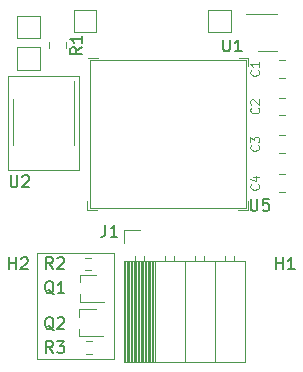
<source format=gbr>
%TF.GenerationSoftware,KiCad,Pcbnew,7.0.7*%
%TF.CreationDate,2023-09-14T22:30:26+02:00*%
%TF.ProjectId,CAN,43414e2e-6b69-4636-9164-5f7063625858,X1*%
%TF.SameCoordinates,Original*%
%TF.FileFunction,Legend,Top*%
%TF.FilePolarity,Positive*%
%FSLAX46Y46*%
G04 Gerber Fmt 4.6, Leading zero omitted, Abs format (unit mm)*
G04 Created by KiCad (PCBNEW 7.0.7) date 2023-09-14 22:30:26*
%MOMM*%
%LPD*%
G01*
G04 APERTURE LIST*
%ADD10C,0.100000*%
%ADD11C,0.150000*%
%ADD12C,0.125000*%
%ADD13C,0.120000*%
G04 APERTURE END LIST*
D10*
X65500000Y-107000000D02*
X72000000Y-107000000D01*
X72000000Y-116000000D01*
X65500000Y-116000000D01*
X65500000Y-107000000D01*
X63000000Y-92000000D02*
X69000000Y-92000000D01*
X69000000Y-100000000D01*
X63000000Y-100000000D01*
X63000000Y-92000000D01*
D11*
X69287819Y-89590666D02*
X68811628Y-89923999D01*
X69287819Y-90162094D02*
X68287819Y-90162094D01*
X68287819Y-90162094D02*
X68287819Y-89781142D01*
X68287819Y-89781142D02*
X68335438Y-89685904D01*
X68335438Y-89685904D02*
X68383057Y-89638285D01*
X68383057Y-89638285D02*
X68478295Y-89590666D01*
X68478295Y-89590666D02*
X68621152Y-89590666D01*
X68621152Y-89590666D02*
X68716390Y-89638285D01*
X68716390Y-89638285D02*
X68764009Y-89685904D01*
X68764009Y-89685904D02*
X68811628Y-89781142D01*
X68811628Y-89781142D02*
X68811628Y-90162094D01*
X69287819Y-88638285D02*
X69287819Y-89209713D01*
X69287819Y-88923999D02*
X68287819Y-88923999D01*
X68287819Y-88923999D02*
X68430676Y-89019237D01*
X68430676Y-89019237D02*
X68525914Y-89114475D01*
X68525914Y-89114475D02*
X68573533Y-89209713D01*
X63119095Y-108404819D02*
X63119095Y-107404819D01*
X63119095Y-107881009D02*
X63690523Y-107881009D01*
X63690523Y-108404819D02*
X63690523Y-107404819D01*
X64119095Y-107500057D02*
X64166714Y-107452438D01*
X64166714Y-107452438D02*
X64261952Y-107404819D01*
X64261952Y-107404819D02*
X64500047Y-107404819D01*
X64500047Y-107404819D02*
X64595285Y-107452438D01*
X64595285Y-107452438D02*
X64642904Y-107500057D01*
X64642904Y-107500057D02*
X64690523Y-107595295D01*
X64690523Y-107595295D02*
X64690523Y-107690533D01*
X64690523Y-107690533D02*
X64642904Y-107833390D01*
X64642904Y-107833390D02*
X64071476Y-108404819D01*
X64071476Y-108404819D02*
X64690523Y-108404819D01*
X85722095Y-108404819D02*
X85722095Y-107404819D01*
X85722095Y-107881009D02*
X86293523Y-107881009D01*
X86293523Y-108404819D02*
X86293523Y-107404819D01*
X87293523Y-108404819D02*
X86722095Y-108404819D01*
X87007809Y-108404819D02*
X87007809Y-107404819D01*
X87007809Y-107404819D02*
X86912571Y-107547676D01*
X86912571Y-107547676D02*
X86817333Y-107642914D01*
X86817333Y-107642914D02*
X86722095Y-107690533D01*
D12*
X84216035Y-101217000D02*
X84251750Y-101252714D01*
X84251750Y-101252714D02*
X84287464Y-101359857D01*
X84287464Y-101359857D02*
X84287464Y-101431285D01*
X84287464Y-101431285D02*
X84251750Y-101538428D01*
X84251750Y-101538428D02*
X84180321Y-101609857D01*
X84180321Y-101609857D02*
X84108892Y-101645571D01*
X84108892Y-101645571D02*
X83966035Y-101681285D01*
X83966035Y-101681285D02*
X83858892Y-101681285D01*
X83858892Y-101681285D02*
X83716035Y-101645571D01*
X83716035Y-101645571D02*
X83644607Y-101609857D01*
X83644607Y-101609857D02*
X83573178Y-101538428D01*
X83573178Y-101538428D02*
X83537464Y-101431285D01*
X83537464Y-101431285D02*
X83537464Y-101359857D01*
X83537464Y-101359857D02*
X83573178Y-101252714D01*
X83573178Y-101252714D02*
X83608892Y-101217000D01*
X83787464Y-100574143D02*
X84287464Y-100574143D01*
X83501750Y-100752714D02*
X84037464Y-100931285D01*
X84037464Y-100931285D02*
X84037464Y-100467000D01*
X84216035Y-97915000D02*
X84251750Y-97950714D01*
X84251750Y-97950714D02*
X84287464Y-98057857D01*
X84287464Y-98057857D02*
X84287464Y-98129285D01*
X84287464Y-98129285D02*
X84251750Y-98236428D01*
X84251750Y-98236428D02*
X84180321Y-98307857D01*
X84180321Y-98307857D02*
X84108892Y-98343571D01*
X84108892Y-98343571D02*
X83966035Y-98379285D01*
X83966035Y-98379285D02*
X83858892Y-98379285D01*
X83858892Y-98379285D02*
X83716035Y-98343571D01*
X83716035Y-98343571D02*
X83644607Y-98307857D01*
X83644607Y-98307857D02*
X83573178Y-98236428D01*
X83573178Y-98236428D02*
X83537464Y-98129285D01*
X83537464Y-98129285D02*
X83537464Y-98057857D01*
X83537464Y-98057857D02*
X83573178Y-97950714D01*
X83573178Y-97950714D02*
X83608892Y-97915000D01*
X83537464Y-97665000D02*
X83537464Y-97200714D01*
X83537464Y-97200714D02*
X83823178Y-97450714D01*
X83823178Y-97450714D02*
X83823178Y-97343571D01*
X83823178Y-97343571D02*
X83858892Y-97272143D01*
X83858892Y-97272143D02*
X83894607Y-97236428D01*
X83894607Y-97236428D02*
X83966035Y-97200714D01*
X83966035Y-97200714D02*
X84144607Y-97200714D01*
X84144607Y-97200714D02*
X84216035Y-97236428D01*
X84216035Y-97236428D02*
X84251750Y-97272143D01*
X84251750Y-97272143D02*
X84287464Y-97343571D01*
X84287464Y-97343571D02*
X84287464Y-97557857D01*
X84287464Y-97557857D02*
X84251750Y-97629285D01*
X84251750Y-97629285D02*
X84216035Y-97665000D01*
X84216035Y-94740000D02*
X84251750Y-94775714D01*
X84251750Y-94775714D02*
X84287464Y-94882857D01*
X84287464Y-94882857D02*
X84287464Y-94954285D01*
X84287464Y-94954285D02*
X84251750Y-95061428D01*
X84251750Y-95061428D02*
X84180321Y-95132857D01*
X84180321Y-95132857D02*
X84108892Y-95168571D01*
X84108892Y-95168571D02*
X83966035Y-95204285D01*
X83966035Y-95204285D02*
X83858892Y-95204285D01*
X83858892Y-95204285D02*
X83716035Y-95168571D01*
X83716035Y-95168571D02*
X83644607Y-95132857D01*
X83644607Y-95132857D02*
X83573178Y-95061428D01*
X83573178Y-95061428D02*
X83537464Y-94954285D01*
X83537464Y-94954285D02*
X83537464Y-94882857D01*
X83537464Y-94882857D02*
X83573178Y-94775714D01*
X83573178Y-94775714D02*
X83608892Y-94740000D01*
X83608892Y-94454285D02*
X83573178Y-94418571D01*
X83573178Y-94418571D02*
X83537464Y-94347143D01*
X83537464Y-94347143D02*
X83537464Y-94168571D01*
X83537464Y-94168571D02*
X83573178Y-94097143D01*
X83573178Y-94097143D02*
X83608892Y-94061428D01*
X83608892Y-94061428D02*
X83680321Y-94025714D01*
X83680321Y-94025714D02*
X83751750Y-94025714D01*
X83751750Y-94025714D02*
X83858892Y-94061428D01*
X83858892Y-94061428D02*
X84287464Y-94490000D01*
X84287464Y-94490000D02*
X84287464Y-94025714D01*
X84216035Y-91565000D02*
X84251750Y-91600714D01*
X84251750Y-91600714D02*
X84287464Y-91707857D01*
X84287464Y-91707857D02*
X84287464Y-91779285D01*
X84287464Y-91779285D02*
X84251750Y-91886428D01*
X84251750Y-91886428D02*
X84180321Y-91957857D01*
X84180321Y-91957857D02*
X84108892Y-91993571D01*
X84108892Y-91993571D02*
X83966035Y-92029285D01*
X83966035Y-92029285D02*
X83858892Y-92029285D01*
X83858892Y-92029285D02*
X83716035Y-91993571D01*
X83716035Y-91993571D02*
X83644607Y-91957857D01*
X83644607Y-91957857D02*
X83573178Y-91886428D01*
X83573178Y-91886428D02*
X83537464Y-91779285D01*
X83537464Y-91779285D02*
X83537464Y-91707857D01*
X83537464Y-91707857D02*
X83573178Y-91600714D01*
X83573178Y-91600714D02*
X83608892Y-91565000D01*
X84287464Y-90850714D02*
X84287464Y-91279285D01*
X84287464Y-91065000D02*
X83537464Y-91065000D01*
X83537464Y-91065000D02*
X83644607Y-91136428D01*
X83644607Y-91136428D02*
X83716035Y-91207857D01*
X83716035Y-91207857D02*
X83751750Y-91279285D01*
D11*
X66819333Y-108372819D02*
X66486000Y-107896628D01*
X66247905Y-108372819D02*
X66247905Y-107372819D01*
X66247905Y-107372819D02*
X66628857Y-107372819D01*
X66628857Y-107372819D02*
X66724095Y-107420438D01*
X66724095Y-107420438D02*
X66771714Y-107468057D01*
X66771714Y-107468057D02*
X66819333Y-107563295D01*
X66819333Y-107563295D02*
X66819333Y-107706152D01*
X66819333Y-107706152D02*
X66771714Y-107801390D01*
X66771714Y-107801390D02*
X66724095Y-107849009D01*
X66724095Y-107849009D02*
X66628857Y-107896628D01*
X66628857Y-107896628D02*
X66247905Y-107896628D01*
X67200286Y-107468057D02*
X67247905Y-107420438D01*
X67247905Y-107420438D02*
X67343143Y-107372819D01*
X67343143Y-107372819D02*
X67581238Y-107372819D01*
X67581238Y-107372819D02*
X67676476Y-107420438D01*
X67676476Y-107420438D02*
X67724095Y-107468057D01*
X67724095Y-107468057D02*
X67771714Y-107563295D01*
X67771714Y-107563295D02*
X67771714Y-107658533D01*
X67771714Y-107658533D02*
X67724095Y-107801390D01*
X67724095Y-107801390D02*
X67152667Y-108372819D01*
X67152667Y-108372819D02*
X67771714Y-108372819D01*
X66890761Y-110514057D02*
X66795523Y-110466438D01*
X66795523Y-110466438D02*
X66700285Y-110371200D01*
X66700285Y-110371200D02*
X66557428Y-110228342D01*
X66557428Y-110228342D02*
X66462190Y-110180723D01*
X66462190Y-110180723D02*
X66366952Y-110180723D01*
X66414571Y-110418819D02*
X66319333Y-110371200D01*
X66319333Y-110371200D02*
X66224095Y-110275961D01*
X66224095Y-110275961D02*
X66176476Y-110085485D01*
X66176476Y-110085485D02*
X66176476Y-109752152D01*
X66176476Y-109752152D02*
X66224095Y-109561676D01*
X66224095Y-109561676D02*
X66319333Y-109466438D01*
X66319333Y-109466438D02*
X66414571Y-109418819D01*
X66414571Y-109418819D02*
X66605047Y-109418819D01*
X66605047Y-109418819D02*
X66700285Y-109466438D01*
X66700285Y-109466438D02*
X66795523Y-109561676D01*
X66795523Y-109561676D02*
X66843142Y-109752152D01*
X66843142Y-109752152D02*
X66843142Y-110085485D01*
X66843142Y-110085485D02*
X66795523Y-110275961D01*
X66795523Y-110275961D02*
X66700285Y-110371200D01*
X66700285Y-110371200D02*
X66605047Y-110418819D01*
X66605047Y-110418819D02*
X66414571Y-110418819D01*
X67795523Y-110418819D02*
X67224095Y-110418819D01*
X67509809Y-110418819D02*
X67509809Y-109418819D01*
X67509809Y-109418819D02*
X67414571Y-109561676D01*
X67414571Y-109561676D02*
X67319333Y-109656914D01*
X67319333Y-109656914D02*
X67224095Y-109704533D01*
X81238095Y-88954819D02*
X81238095Y-89764342D01*
X81238095Y-89764342D02*
X81285714Y-89859580D01*
X81285714Y-89859580D02*
X81333333Y-89907200D01*
X81333333Y-89907200D02*
X81428571Y-89954819D01*
X81428571Y-89954819D02*
X81619047Y-89954819D01*
X81619047Y-89954819D02*
X81714285Y-89907200D01*
X81714285Y-89907200D02*
X81761904Y-89859580D01*
X81761904Y-89859580D02*
X81809523Y-89764342D01*
X81809523Y-89764342D02*
X81809523Y-88954819D01*
X82809523Y-89954819D02*
X82238095Y-89954819D01*
X82523809Y-89954819D02*
X82523809Y-88954819D01*
X82523809Y-88954819D02*
X82428571Y-89097676D01*
X82428571Y-89097676D02*
X82333333Y-89192914D01*
X82333333Y-89192914D02*
X82238095Y-89240533D01*
X83566095Y-102451819D02*
X83566095Y-103261342D01*
X83566095Y-103261342D02*
X83613714Y-103356580D01*
X83613714Y-103356580D02*
X83661333Y-103404200D01*
X83661333Y-103404200D02*
X83756571Y-103451819D01*
X83756571Y-103451819D02*
X83947047Y-103451819D01*
X83947047Y-103451819D02*
X84042285Y-103404200D01*
X84042285Y-103404200D02*
X84089904Y-103356580D01*
X84089904Y-103356580D02*
X84137523Y-103261342D01*
X84137523Y-103261342D02*
X84137523Y-102451819D01*
X85089904Y-102451819D02*
X84613714Y-102451819D01*
X84613714Y-102451819D02*
X84566095Y-102928009D01*
X84566095Y-102928009D02*
X84613714Y-102880390D01*
X84613714Y-102880390D02*
X84708952Y-102832771D01*
X84708952Y-102832771D02*
X84947047Y-102832771D01*
X84947047Y-102832771D02*
X85042285Y-102880390D01*
X85042285Y-102880390D02*
X85089904Y-102928009D01*
X85089904Y-102928009D02*
X85137523Y-103023247D01*
X85137523Y-103023247D02*
X85137523Y-103261342D01*
X85137523Y-103261342D02*
X85089904Y-103356580D01*
X85089904Y-103356580D02*
X85042285Y-103404200D01*
X85042285Y-103404200D02*
X84947047Y-103451819D01*
X84947047Y-103451819D02*
X84708952Y-103451819D01*
X84708952Y-103451819D02*
X84613714Y-103404200D01*
X84613714Y-103404200D02*
X84566095Y-103356580D01*
X66819333Y-115484819D02*
X66486000Y-115008628D01*
X66247905Y-115484819D02*
X66247905Y-114484819D01*
X66247905Y-114484819D02*
X66628857Y-114484819D01*
X66628857Y-114484819D02*
X66724095Y-114532438D01*
X66724095Y-114532438D02*
X66771714Y-114580057D01*
X66771714Y-114580057D02*
X66819333Y-114675295D01*
X66819333Y-114675295D02*
X66819333Y-114818152D01*
X66819333Y-114818152D02*
X66771714Y-114913390D01*
X66771714Y-114913390D02*
X66724095Y-114961009D01*
X66724095Y-114961009D02*
X66628857Y-115008628D01*
X66628857Y-115008628D02*
X66247905Y-115008628D01*
X67152667Y-114484819D02*
X67771714Y-114484819D01*
X67771714Y-114484819D02*
X67438381Y-114865771D01*
X67438381Y-114865771D02*
X67581238Y-114865771D01*
X67581238Y-114865771D02*
X67676476Y-114913390D01*
X67676476Y-114913390D02*
X67724095Y-114961009D01*
X67724095Y-114961009D02*
X67771714Y-115056247D01*
X67771714Y-115056247D02*
X67771714Y-115294342D01*
X67771714Y-115294342D02*
X67724095Y-115389580D01*
X67724095Y-115389580D02*
X67676476Y-115437200D01*
X67676476Y-115437200D02*
X67581238Y-115484819D01*
X67581238Y-115484819D02*
X67295524Y-115484819D01*
X67295524Y-115484819D02*
X67200286Y-115437200D01*
X67200286Y-115437200D02*
X67152667Y-115389580D01*
X63238095Y-100454819D02*
X63238095Y-101264342D01*
X63238095Y-101264342D02*
X63285714Y-101359580D01*
X63285714Y-101359580D02*
X63333333Y-101407200D01*
X63333333Y-101407200D02*
X63428571Y-101454819D01*
X63428571Y-101454819D02*
X63619047Y-101454819D01*
X63619047Y-101454819D02*
X63714285Y-101407200D01*
X63714285Y-101407200D02*
X63761904Y-101359580D01*
X63761904Y-101359580D02*
X63809523Y-101264342D01*
X63809523Y-101264342D02*
X63809523Y-100454819D01*
X64238095Y-100550057D02*
X64285714Y-100502438D01*
X64285714Y-100502438D02*
X64380952Y-100454819D01*
X64380952Y-100454819D02*
X64619047Y-100454819D01*
X64619047Y-100454819D02*
X64714285Y-100502438D01*
X64714285Y-100502438D02*
X64761904Y-100550057D01*
X64761904Y-100550057D02*
X64809523Y-100645295D01*
X64809523Y-100645295D02*
X64809523Y-100740533D01*
X64809523Y-100740533D02*
X64761904Y-100883390D01*
X64761904Y-100883390D02*
X64190476Y-101454819D01*
X64190476Y-101454819D02*
X64809523Y-101454819D01*
X71266666Y-104654819D02*
X71266666Y-105369104D01*
X71266666Y-105369104D02*
X71219047Y-105511961D01*
X71219047Y-105511961D02*
X71123809Y-105607200D01*
X71123809Y-105607200D02*
X70980952Y-105654819D01*
X70980952Y-105654819D02*
X70885714Y-105654819D01*
X72266666Y-105654819D02*
X71695238Y-105654819D01*
X71980952Y-105654819D02*
X71980952Y-104654819D01*
X71980952Y-104654819D02*
X71885714Y-104797676D01*
X71885714Y-104797676D02*
X71790476Y-104892914D01*
X71790476Y-104892914D02*
X71695238Y-104940533D01*
X66890761Y-113562057D02*
X66795523Y-113514438D01*
X66795523Y-113514438D02*
X66700285Y-113419200D01*
X66700285Y-113419200D02*
X66557428Y-113276342D01*
X66557428Y-113276342D02*
X66462190Y-113228723D01*
X66462190Y-113228723D02*
X66366952Y-113228723D01*
X66414571Y-113466819D02*
X66319333Y-113419200D01*
X66319333Y-113419200D02*
X66224095Y-113323961D01*
X66224095Y-113323961D02*
X66176476Y-113133485D01*
X66176476Y-113133485D02*
X66176476Y-112800152D01*
X66176476Y-112800152D02*
X66224095Y-112609676D01*
X66224095Y-112609676D02*
X66319333Y-112514438D01*
X66319333Y-112514438D02*
X66414571Y-112466819D01*
X66414571Y-112466819D02*
X66605047Y-112466819D01*
X66605047Y-112466819D02*
X66700285Y-112514438D01*
X66700285Y-112514438D02*
X66795523Y-112609676D01*
X66795523Y-112609676D02*
X66843142Y-112800152D01*
X66843142Y-112800152D02*
X66843142Y-113133485D01*
X66843142Y-113133485D02*
X66795523Y-113323961D01*
X66795523Y-113323961D02*
X66700285Y-113419200D01*
X66700285Y-113419200D02*
X66605047Y-113466819D01*
X66605047Y-113466819D02*
X66414571Y-113466819D01*
X67224095Y-112562057D02*
X67271714Y-112514438D01*
X67271714Y-112514438D02*
X67366952Y-112466819D01*
X67366952Y-112466819D02*
X67605047Y-112466819D01*
X67605047Y-112466819D02*
X67700285Y-112514438D01*
X67700285Y-112514438D02*
X67747904Y-112562057D01*
X67747904Y-112562057D02*
X67795523Y-112657295D01*
X67795523Y-112657295D02*
X67795523Y-112752533D01*
X67795523Y-112752533D02*
X67747904Y-112895390D01*
X67747904Y-112895390D02*
X67176476Y-113466819D01*
X67176476Y-113466819D02*
X67795523Y-113466819D01*
D13*
%TO.C,R1*%
X67918000Y-89196936D02*
X67918000Y-89651064D01*
X66448000Y-89196936D02*
X66448000Y-89651064D01*
%TO.C,TP6*%
X63820000Y-89601000D02*
X65720000Y-89601000D01*
X63820000Y-91501000D02*
X63820000Y-89601000D01*
X65720000Y-91501000D02*
X63820000Y-91501000D01*
X65720000Y-89601000D02*
X65720000Y-91501000D01*
%TO.C,TP5*%
X65720000Y-86934000D02*
X65720000Y-88834000D01*
X65720000Y-88834000D02*
X63820000Y-88834000D01*
X63820000Y-88834000D02*
X63820000Y-86934000D01*
X63820000Y-86934000D02*
X65720000Y-86934000D01*
%TO.C,C4*%
X86494252Y-100357000D02*
X85971748Y-100357000D01*
X86494252Y-101827000D02*
X85971748Y-101827000D01*
%TO.C,C3*%
X85971748Y-97055000D02*
X86494252Y-97055000D01*
X85971748Y-98525000D02*
X86494252Y-98525000D01*
%TO.C,C2*%
X85971748Y-93880000D02*
X86494252Y-93880000D01*
X85971748Y-95350000D02*
X86494252Y-95350000D01*
%TO.C,C1*%
X85971748Y-92175000D02*
X86494252Y-92175000D01*
X85971748Y-90705000D02*
X86494252Y-90705000D01*
%TO.C,TP1*%
X68580000Y-86424000D02*
X70480000Y-86424000D01*
X68580000Y-88324000D02*
X68580000Y-86424000D01*
X70480000Y-86424000D02*
X70480000Y-88324000D01*
X70480000Y-88324000D02*
X68580000Y-88324000D01*
%TO.C,TP3*%
X79980000Y-86424000D02*
X81880000Y-86424000D01*
X79980000Y-88324000D02*
X79980000Y-86424000D01*
X81880000Y-86424000D02*
X81880000Y-88324000D01*
X81880000Y-88324000D02*
X79980000Y-88324000D01*
%TO.C,R2*%
X70034724Y-108454500D02*
X69525276Y-108454500D01*
X70034724Y-107409500D02*
X69525276Y-107409500D01*
%TO.C,Q1*%
X70492000Y-108856000D02*
X69082000Y-108856000D01*
X69082000Y-111176000D02*
X71112000Y-111176000D01*
X69082000Y-111176000D02*
X69082000Y-110516000D01*
X69082000Y-109516000D02*
X69082000Y-108856000D01*
%TO.C,U1*%
X84957500Y-86780000D02*
X83157500Y-86780000D01*
X84957500Y-86780000D02*
X85757500Y-86780000D01*
X84957500Y-89900000D02*
X84157500Y-89900000D01*
X84957500Y-89900000D02*
X85757500Y-89900000D01*
%TO.C,U5*%
X69730000Y-102624000D02*
X69730000Y-103424000D01*
X69730000Y-103424000D02*
X70530000Y-103424000D01*
X69930000Y-90724000D02*
X83130000Y-90724000D01*
X69930000Y-103224000D02*
X69930000Y-90724000D01*
X70605000Y-90524000D02*
X69755000Y-90524000D01*
X82580000Y-90524000D02*
X83330000Y-90524000D01*
X83130000Y-90724000D02*
X83130000Y-103224000D01*
X83130000Y-103224000D02*
X69930000Y-103224000D01*
X83330000Y-90524000D02*
X83330000Y-91174000D01*
X83330000Y-102624000D02*
X83330000Y-103424000D01*
X83330000Y-103424000D02*
X82530000Y-103424000D01*
%TO.C,R3*%
X70138224Y-115552500D02*
X69628776Y-115552500D01*
X70138224Y-114507500D02*
X69628776Y-114507500D01*
%TO.C,U2*%
X68600000Y-95899000D02*
X68600000Y-92449000D01*
X68600000Y-95899000D02*
X68600000Y-97849000D01*
X63480000Y-95899000D02*
X63480000Y-93949000D01*
X63480000Y-95899000D02*
X63480000Y-97849000D01*
%TO.C,J1*%
X72820000Y-116290000D02*
X83100000Y-116290000D01*
X72820000Y-116290000D02*
X72820000Y-107660000D01*
X72940000Y-116290000D02*
X72940000Y-107660000D01*
X73058095Y-116290000D02*
X73058095Y-107660000D01*
X73176190Y-116290000D02*
X73176190Y-107660000D01*
X73294285Y-116290000D02*
X73294285Y-107660000D01*
X73412380Y-116290000D02*
X73412380Y-107660000D01*
X73530475Y-116290000D02*
X73530475Y-107660000D01*
X73648570Y-116290000D02*
X73648570Y-107660000D01*
X73766665Y-116290000D02*
X73766665Y-107660000D01*
X73884760Y-116290000D02*
X73884760Y-107660000D01*
X74002855Y-116290000D02*
X74002855Y-107660000D01*
X74120950Y-116290000D02*
X74120950Y-107660000D01*
X74239045Y-116290000D02*
X74239045Y-107660000D01*
X74357140Y-116290000D02*
X74357140Y-107660000D01*
X74475235Y-116290000D02*
X74475235Y-107660000D01*
X74593330Y-116290000D02*
X74593330Y-107660000D01*
X74711425Y-116290000D02*
X74711425Y-107660000D01*
X74829520Y-116290000D02*
X74829520Y-107660000D01*
X74947615Y-116290000D02*
X74947615Y-107660000D01*
X75065710Y-116290000D02*
X75065710Y-107660000D01*
X75183805Y-116290000D02*
X75183805Y-107660000D01*
X75301900Y-116290000D02*
X75301900Y-107660000D01*
X75420000Y-116290000D02*
X75420000Y-107660000D01*
X77960000Y-116290000D02*
X77960000Y-107660000D01*
X80500000Y-116290000D02*
X80500000Y-107660000D01*
X83100000Y-116290000D02*
X83100000Y-107660000D01*
X72820000Y-107660000D02*
X83100000Y-107660000D01*
X73790000Y-107660000D02*
X73790000Y-107310000D01*
X74510000Y-107660000D02*
X74510000Y-107310000D01*
X76330000Y-107660000D02*
X76330000Y-107250000D01*
X77050000Y-107660000D02*
X77050000Y-107250000D01*
X78870000Y-107660000D02*
X78870000Y-107250000D01*
X79590000Y-107660000D02*
X79590000Y-107250000D01*
X81410000Y-107660000D02*
X81410000Y-107250000D01*
X82130000Y-107660000D02*
X82130000Y-107250000D01*
X72820000Y-106200000D02*
X72820000Y-105090000D01*
X72820000Y-105090000D02*
X74150000Y-105090000D01*
%TO.C,Q2*%
X70476000Y-111762000D02*
X69066000Y-111762000D01*
X69066000Y-114082000D02*
X71096000Y-114082000D01*
X69066000Y-114082000D02*
X69066000Y-113422000D01*
X69066000Y-112422000D02*
X69066000Y-111762000D01*
%TD*%
M02*

</source>
